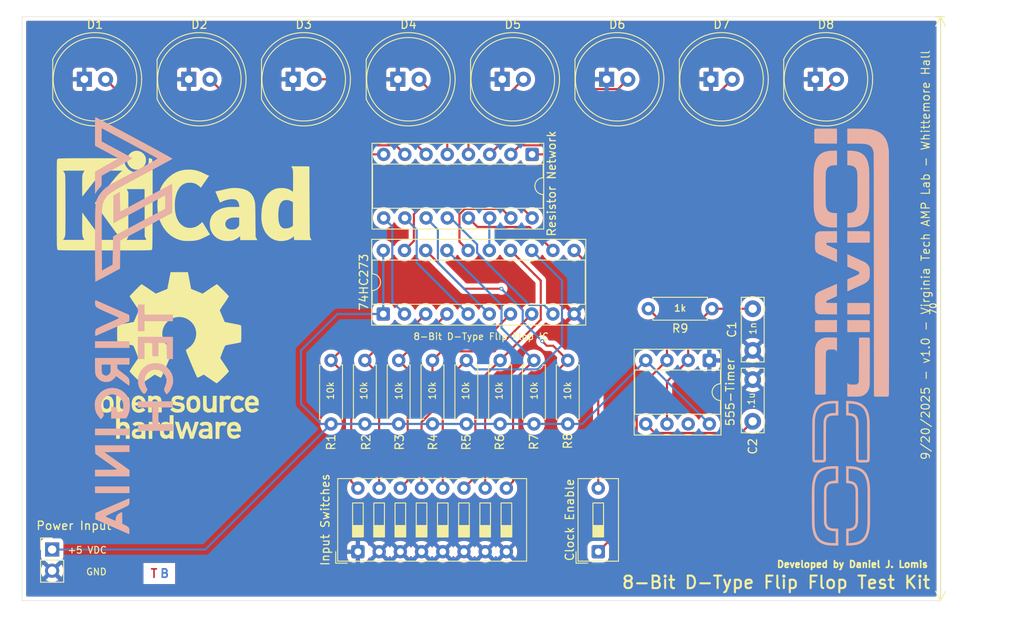
<source format=kicad_pcb>
(kicad_pcb (version 20241229) (generator "pcbnew") (generator_version "9.0")
  (title_block (title "PCB Layout of 8-Bit D-Type Flip Flop") (date "2025-09-21") (rev "1.0") (company "The Lomis Company of Virginia"))
  (layers (0 "F.Cu" signal "TOP") (2 "B.Cu" signal "BOTTOM") (13 "F.Paste" user) (15 "B.Paste" user) (5 "F.SilkS" user "F.Silkscreen") (7 "B.SilkS" user "B.Silkscreen") (1 "F.Mask" user) (3 "B.Mask" user) (25 "Edge.Cuts" user))
  (net 0 "")
  (net 1 "GND")
  (net 2 "Net-(U2-THR)")
  (net 3 "Net-(U2-CV)")
  (net 4 "Net-(D1-A)")
  (net 5 "Net-(D2-A)")
  (net 6 "Net-(D3-A)")
  (net 7 "Net-(D4-A)")
  (net 8 "Net-(D5-A)")
  (net 9 "Net-(D6-A)")
  (net 10 "Net-(D7-A)")
  (net 11 "Net-(D8-A)")
  (net 12 "Net-(U1-D0)")
  (net 13 "+5V")
  (net 14 "Net-(U1-D1)")
  (net 15 "Net-(U1-D2)")
  (net 16 "Net-(U1-D3)")
  (net 17 "Net-(U1-D4)")
  (net 18 "Net-(U1-D5)")
  (net 19 "Net-(U1-D6)")
  (net 20 "Net-(U1-D7)")
  (net 21 "Net-(U2-Q)")
  (net 22 "Net-(RN1-R8.2)")
  (net 23 "Net-(RN1-R4.2)")
  (net 24 "Net-(RN1-R7.2)")
  (net 25 "Net-(RN1-R6.2)")
  (net 26 "Net-(RN1-R2.2)")
  (net 27 "Net-(RN1-R3.2)")
  (net 28 "Net-(RN1-R1.2)")
  (net 29 "Net-(RN1-R5.2)")
  (net 30 "Net-(U1-Cp)")
  (footprint "Resistor_THT:R_Axial_DIN0207_L6.3mm_D2.5mm_P7.62mm_Horizontal" (layer "F.Cu") (at 145.1 108.81 90)
    (property "Reference" "R3" (at -2.19 0.1 90) (layer "F.SilkS"))
    (property "Value" "10k")
    (pad "1" thru_hole circle (at 0 0 90) (size 1.6 1.6) (drill 0.8) (layers "*.Cu" "*.Mask") (net 13 "+5V"))
    (pad "2" thru_hole circle (at 7.62 0 90) (size 1.6 1.6) (drill 0.8) (layers "*.Cu" "*.Mask") (net 15 "Net-(U1-D2)"))
  )
  (footprint "Capacitor_THT:C_Disc_D7.5mm_W2.5mm_P5.00mm" (layer "F.Cu") (at 187.5 108.5 90)
    (property "Reference" "C2" (at -3 0 90) (layer "F.SilkS"))
    (property "Value" "100n")
    (pad "1" thru_hole circle (at 0 0 90) (size 2 2) (drill 1) (layers "*.Cu" "*.Mask") (net 3 "Net-(U2-CV)"))
    (pad "2" thru_hole circle (at 5 0 90) (size 2 2) (drill 1) (layers "*.Cu" "*.Mask") (net 1 "GND"))
  )
  (footprint "Button_Switch_THT:SW_DIP_SPSTx08_Slide_9.78x22.5mm_W7.62mm_P2.54mm" (layer "F.Cu") (at 140.22 124.12 90)
    (property "Reference" "Input Switches" (at 3.82 -3.92 90) (layer "F.SilkS"))
    (property "Value" "SW_DIP_x08")
    (pad "1" thru_hole roundrect (at 0 0 90) (size 1.6 1.6) (drill 0.8) (layers "*.Cu" "*.Mask") (roundrect_rratio 0.15625) (net 1 "GND"))
    (pad "2" thru_hole circle (at 0 2.54 90) (size 1.6 1.6) (drill 0.8) (layers "*.Cu" "*.Mask") (net 1 "GND"))
    (pad "3" thru_hole circle (at 0 5.08 90) (size 1.6 1.6) (drill 0.8) (layers "*.Cu" "*.Mask") (net 1 "GND"))
    (pad "4" thru_hole circle (at 0 7.62 90) (size 1.6 1.6) (drill 0.8) (layers "*.Cu" "*.Mask") (net 1 "GND"))
    (pad "5" thru_hole circle (at 0 10.16 90) (size 1.6 1.6) (drill 0.8) (layers "*.Cu" "*.Mask") (net 1 "GND"))
    (pad "6" thru_hole circle (at 0 12.7 90) (size 1.6 1.6) (drill 0.8) (layers "*.Cu" "*.Mask") (net 1 "GND"))
    (pad "7" thru_hole circle (at 0 15.24 90) (size 1.6 1.6) (drill 0.8) (layers "*.Cu" "*.Mask") (net 1 "GND"))
    (pad "8" thru_hole circle (at 0 17.78 90) (size 1.6 1.6) (drill 0.8) (layers "*.Cu" "*.Mask") (net 1 "GND"))
    (pad "9" thru_hole circle (at 7.62 17.78 90) (size 1.6 1.6) (drill 0.8) (layers "*.Cu" "*.Mask") (net 20 "Net-(U1-D7)"))
    (pad "10" thru_hole circle (at 7.62 15.24 90) (size 1.6 1.6) (drill 0.8) (layers "*.Cu" "*.Mask") (net 19 "Net-(U1-D6)"))
    (pad "11" thru_hole circle (at 7.62 12.7 90) (size 1.6 1.6) (drill 0.8) (layers "*.Cu" "*.Mask") (net 18 "Net-(U1-D5)"))
    (pad "12" thru_hole circle (at 7.62 10.16 90) (size 1.6 1.6) (drill 0.8) (layers "*.Cu" "*.Mask") (net 17 "Net-(U1-D4)"))
    (pad "13" thru_hole circle (at 7.62 7.62 90) (size 1.6 1.6) (drill 0.8) (layers "*.Cu" "*.Mask") (net 16 "Net-(U1-D3)"))
    (pad "14" thru_hole circle (at 7.62 5.08 90) (size 1.6 1.6) (drill 0.8) (layers "*.Cu" "*.Mask") (net 15 "Net-(U1-D2)"))
    (pad "15" thru_hole circle (at 7.62 2.54 90) (size 1.6 1.6) (drill 0.8) (layers "*.Cu" "*.Mask") (net 14 "Net-(U1-D1)"))
    (pad "16" thru_hole circle (at 7.62 0 90) (size 1.6 1.6) (drill 0.8) (layers "*.Cu" "*.Mask") (net 12 "Net-(U1-D0)"))
  )
  (footprint "LED_THT:LED_D10.0mm" (layer "F.Cu") (at 182.5 67.5)
    (property "Reference" "D7" (at 1.27 -6.56 0) (layer "F.SilkS"))
    (property "Value" "LED")
    (pad "1" thru_hole rect (at 0 0) (size 1.8 1.8) (drill 0.9) (layers "*.Cu" "*.Mask") (net 1 "GND"))
    (pad "2" thru_hole circle (at 2.54 0) (size 1.8 1.8) (drill 0.9) (layers "*.Cu" "*.Mask") (net 10 "Net-(D7-A)"))
  )
  (footprint "Symbol:KiCad-Logo_12mm_SilkScreen" (layer "F.Cu") (at 119.4 82)
    (property "Reference" "REF**" (hide yes))
    (property "Value" "KiCad-Logo_12mm_SilkScreen" (hide yes))
  )
  (footprint "Resistor_THT:R_Axial_DIN0207_L6.3mm_D2.5mm_P7.62mm_Horizontal" (layer "F.Cu") (at 149.15 108.81 90)
    (property "Reference" "R4" (at -2.19 0.05 90) (layer "F.SilkS"))
    (property "Value" "10k")
    (pad "1" thru_hole circle (at 0 0 90) (size 1.6 1.6) (drill 0.8) (layers "*.Cu" "*.Mask") (net 13 "+5V"))
    (pad "2" thru_hole circle (at 7.62 0 90) (size 1.6 1.6) (drill 0.8) (layers "*.Cu" "*.Mask") (net 16 "Net-(U1-D3)"))
  )
  (footprint "Package_DIP:DIP-20_W7.62mm_Socket" (layer "F.Cu") (at 143.256 95.631 90)
    (property "Reference" "74HC273" (at 3.81 -2.33 90) (layer "F.SilkS"))
    (property "Value" "74HC273")
    (pad "1" thru_hole roundrect (at 0 0 90) (size 1.6 1.6) (drill 0.8) (layers "*.Cu" "*.Mask") (roundrect_rratio 0.15625) (net 13 "+5V"))
    (pad "2" thru_hole circle (at 0 2.54 90) (size 1.6 1.6) (drill 0.8) (layers "*.Cu" "*.Mask") (net 22 "Net-(RN1-R8.2)"))
    (pad "3" thru_hole circle (at 0 5.08 90) (size 1.6 1.6) (drill 0.8) (layers "*.Cu" "*.Mask") (net 12 "Net-(U1-D0)"))
    (pad "4" thru_hole circle (at 0 7.62 90) (size 1.6 1.6) (drill 0.8) (layers "*.Cu" "*.Mask") (net 14 "Net-(U1-D1)"))
    (pad "5" thru_hole circle (at 0 10.16 90) (size 1.6 1.6) (drill 0.8) (layers "*.Cu" "*.Mask") (net 24 "Net-(RN1-R7.2)"))
    (pad "6" thru_hole circle (at 0 12.7 90) (size 1.6 1.6) (drill 0.8) (layers "*.Cu" "*.Mask") (net 25 "Net-(RN1-R6.2)"))
    (pad "7" thru_hole circle (at 0 15.24 90) (size 1.6 1.6) (drill 0.8) (layers "*.Cu" "*.Mask") (net 15 "Net-(U1-D2)"))
    (pad "8" thru_hole circle (at 0 17.78 90) (size 1.6 1.6) (drill 0.8) (layers "*.Cu" "*.Mask") (net 16 "Net-(U1-D3)"))
    (pad "9" thru_hole circle (at 0 20.32 90) (size 1.6 1.6) (drill 0.8) (layers "*.Cu" "*.Mask") (net 29 "Net-(RN1-R5.2)"))
    (pad "10" thru_hole circle (at 0 22.86 90) (size 1.6 1.6) (drill 0.8) (layers "*.Cu" "*.Mask") (net 1 "GND"))
    (pad "11" thru_hole circle (at 7.62 22.86 90) (size 1.6 1.6) (drill 0.8) (layers "*.Cu" "*.Mask") (net 30 "Net-(U1-Cp)"))
    (pad "12" thru_hole circle (at 7.62 20.32 90) (size 1.6 1.6) (drill 0.8) (layers "*.Cu" "*.Mask") (net 23 "Net-(RN1-R4.2)"))
    (pad "13" thru_hole circle (at 7.62 17.78 90) (size 1.6 1.6) (drill 0.8) (layers "*.Cu" "*.Mask") (net 17 "Net-(U1-D4)"))
    (pad "14" thru_hole circle (at 7.62 15.24 90) (size 1.6 1.6) (drill 0.8) (layers "*.Cu" "*.Mask") (net 18 "Net-(U1-D5)"))
    (pad "15" thru_hole circle (at 7.62 12.7 90) (size 1.6 1.6) (drill 0.8) (layers "*.Cu" "*.Mask") (net 27 "Net-(RN1-R3.2)"))
    (pad "16" thru_hole circle (at 7.62 10.16 90) (size 1.6 1.6) (drill 0.8) (layers "*.Cu" "*.Mask") (net 26 "Net-(RN1-R2.2)"))
    (pad "17" thru_hole circle (at 7.62 7.62 90) (size 1.6 1.6) (drill 0.8) (layers "*.Cu" "*.Mask") (net 19 "Net-(U1-D6)"))
    (pad "18" thru_hole circle (at 7.62 5.08 90) (size 1.6 1.6) (drill 0.8) (layers "*.Cu" "*.Mask") (net 20 "Net-(U1-D7)"))
    (pad "19" thru_hole circle (at 7.62 2.54 90) (size 1.6 1.6) (drill 0.8) (layers "*.Cu" "*.Mask") (net 28 "Net-(RN1-R1.2)"))
    (pad "20" thru_hole circle (at 7.62 0 90) (size 1.6 1.6) (drill 0.8) (layers "*.Cu" "*.Mask") (net 13 "+5V"))
  )
  (footprint "Resistor_THT:R_Axial_DIN0207_L6.3mm_D2.5mm_P7.62mm_Horizontal" (layer "F.Cu") (at 153.2 108.81 90)
    (property "Reference" "R5" (at -2.19 0 90) (layer "F.SilkS"))
    (property "Value" "10k")
    (pad "1" thru_hole circle (at 0 0 90) (size 1.6 1.6) (drill 0.8) (layers "*.Cu" "*.Mask") (net 13 "+5V"))
    (pad "2" thru_hole circle (at 7.62 0 90) (size 1.6 1.6) (drill 0.8) (layers "*.Cu" "*.Mask") (net 17 "Net-(U1-D4)"))
  )
  (footprint "Package_DIP:DIP-8_W7.62mm_Socket" (layer "F.Cu") (at 182.31 101.19 -90)
    (property "Reference" "555-Timer" (at 3.81 -2.49 90) (layer "F.SilkS"))
    (property "Value" "ICM7555xP")
    (pad "1" thru_hole roundrect (at 0 0 270) (size 1.6 1.6) (drill 0.8) (layers "*.Cu" "*.Mask") (roundrect_rratio 0.15625) (net 1 "GND"))
    (pad "2" thru_hole circle (at 0 2.54 270) (size 1.6 1.6) (drill 0.8) (layers "*.Cu" "*.Mask") (net 2 "Net-(U2-THR)"))
    (pad "3" thru_hole circle (at 0 5.08 270) (size 1.6 1.6) (drill 0.8) (layers "*.Cu" "*.Mask") (net 21 "Net-(U2-Q)"))
    (pad "4" thru_hole circle (at 0 7.62 270) (size 1.6 1.6) (drill 0.8) (layers "*.Cu" "*.Mask") (net 13 "+5V"))
    (pad "5" thru_hole circle (at 7.62 7.62 270) (size 1.6 1.6) (drill 0.8) (layers "*.Cu" "*.Mask") (net 3 "Net-(U2-CV)"))
    (pad "6" thru_hole circle (at 7.62 5.08 270) (size 1.6 1.6) (drill 0.8) (layers "*.Cu" "*.Mask") (net 2 "Net-(U2-THR)"))
    (pad "7" thru_hole circle (at 7.62 2.54 270) (size 1.6 1.6) (drill 0.8) (layers "*.Cu" "*.Mask"))
    (pad "8" thru_hole circle (at 7.62 0 270) (size 1.6 1.6) (drill 0.8) (layers "*.Cu" "*.Mask") (net 13 "+5V"))
  )
  (footprint "LED_THT:LED_D10.0mm" (layer "F.Cu") (at 170 67.5)
    (property "Reference" "D6" (at 1.27 -6.56 0) (layer "F.SilkS"))
    (property "Value" "LED")
    (pad "1" thru_hole rect (at 0 0) (size 1.8 1.8) (drill 0.9) (layers "*.Cu" "*.Mask") (net 1 "GND"))
    (pad "2" thru_hole circle (at 2.54 0) (size 1.8 1.8) (drill 0.9) (layers "*.Cu" "*.Mask") (net 9 "Net-(D6-A)"))
  )
  (footprint "Resistor_THT:R_Axial_DIN0207_L6.3mm_D2.5mm_P7.62mm_Horizontal" (layer "F.Cu") (at 165.35 108.81 90)
    (property "Reference" "R8" (at -2.04 0 90) (layer "F.SilkS"))
    (property "Value" "10k")
    (pad "1" thru_hole circle (at 0 0 90) (size 1.6 1.6) (drill 0.8) (layers "*.Cu" "*.Mask") (net 13 "+5V"))
    (pad "2" thru_hole circle (at 7.62 0 90) (size 1.6 1.6) (drill 0.8) (layers "*.Cu" "*.Mask") (net 20 "Net-(U1-D7)"))
  )
  (footprint "Symbol:OSHW-Logo_19x20mm_SilkScreen" (layer "F.Cu") (at 118.8 100.6)
    (property "Reference" "REF**" (hide yes))
    (property "Value" "OSHW-Logo_19x20mm_SilkScreen" (hide yes))
  )
  (footprint "LED_THT:LED_D10.0mm" (layer "F.Cu") (at 157.5 67.5)
    (property "Reference" "D5" (at 1.27 -6.56 0) (layer "F.SilkS"))
    (property "Value" "LED")
    (pad "1" thru_hole rect (at 0 0) (size 1.8 1.8) (drill 0.9) (layers "*.Cu" "*.Mask") (net 1 "GND"))
    (pad "2" thru_hole circle (at 2.54 0) (size 1.8 1.8) (drill 0.9) (layers "*.Cu" "*.Mask") (net 8 "Net-(D5-A)"))
  )
  (footprint "LED_THT:LED_D10.0mm" (layer "F.Cu") (at 107.46 67.5)
    (property "Reference" "D1" (at 1.27 -6.56 0) (layer "F.SilkS"))
    (property "Value" "LED")
    (pad "1" thru_hole rect (at 0 0) (size 1.8 1.8) (drill 0.9) (layers "*.Cu" "*.Mask") (net 1 "GND"))
    (pad "2" thru_hole circle (at 2.54 0) (size 1.8 1.8) (drill 0.9) (layers "*.Cu" "*.Mask") (net 4 "Net-(D1-A)"))
  )
  (footprint "Resistor_THT:R_Axial_DIN0207_L6.3mm_D2.5mm_P7.62mm_Horizontal" (layer "F.Cu") (at 137 108.81 90)
    (property "Reference" "R1" (at -2.19 0 90) (layer "F.SilkS"))
    (property "Value" "10k")
    (pad "1" thru_hole circle (at 0 0 90) (size 1.6 1.6) (drill 0.8) (layers "*.Cu" "*.Mask") (net 13 "+5V"))
    (pad "2" thru_hole circle (at 7.62 0 90) (size 1.6 1.6) (drill 0.8) (layers "*.Cu" "*.Mask") (net 12 "Net-(U1-D0)"))
  )
  (footprint "LED_THT:LED_D10.0mm" (layer "F.Cu") (at 132.46 67.5)
    (property "Reference" "D3" (at 1.27 -6.56 0) (layer "F.SilkS"))
    (property "Value" "LED")
    (pad "1" thru_hole rect (at 0 0) (size 1.8 1.8) (drill 0.9) (layers "*.Cu" "*.Mask") (net 1 "GND"))
    (pad "2" thru_hole circle (at 2.54 0) (size 1.8 1.8) (drill 0.9) (layers "*.Cu" "*.Mask") (net 6 "Net-(D3-A)"))
  )
  (footprint "LED_THT:LED_D10.0mm" (layer "F.Cu") (at 145 67.5)
    (property "Reference" "D4" (at 1.27 -6.56 0) (layer "F.SilkS"))
    (property "Value" "LED")
    (pad "1" thru_hole rect (at 0 0) (size 1.8 1.8) (drill 0.9) (layers "*.Cu" "*.Mask") (net 1 "GND"))
    (pad "2" thru_hole circle (at 2.54 0) (size 1.8 1.8) (drill 0.9) (layers "*.Cu" "*.Mask") (net 7 "Net-(D4-A)"))
  )
  (footprint "Resistor_THT:R_Axial_DIN0207_L6.3mm_D2.5mm_P7.62mm_Horizontal" (layer "F.Cu") (at 161.3 108.81 90)
    (property "Reference" "R7" (at -2.14 0 90) (layer "F.SilkS"))
    (property "Value" "10k")
    (pad "1" thru_hole circle (at 0 0 90) (size 1.6 1.6) (drill 0.8) (layers "*.Cu" "*.Mask") (net 13 "+5V"))
    (pad "2" thru_hole circle (at 7.62 0 90) (size 1.6 1.6) (drill 0.8) (layers "*.Cu" "*.Mask") (net 19 "Net-(U1-D6)"))
  )
  (footprint "Resistor_THT:R_Axial_DIN0207_L6.3mm_D2.5mm_P7.62mm_Horizontal" (layer "F.Cu") (at 182.62 95 180)
    (property "Reference" "R9" (at 3.81 -2.37 0) (layer "F.SilkS"))
    (property "Value" "1k")
    (pad "1" thru_hole circle (at 0 0 180) (size 1.6 1.6) (drill 0.8) (layers "*.Cu" "*.Mask") (net 2 "Net-(U2-THR)"))
    (pad "2" thru_hole circle (at 7.62 0 180) (size 1.6 1.6) (drill 0.8) (layers "*.Cu" "*.Mask") (net 21 "Net-(U2-Q)"))
  )
  (footprint "Resistor_THT:R_Axial_DIN0207_L6.3mm_D2.5mm_P7.62mm_Horizontal" (layer "F.Cu") (at 141.05 108.81 90)
    (property "Reference" "R2" (at -2.19 0.15 90) (layer "F.SilkS"))
    (property "Value" "10k")
    (pad "1" thru_hole circle (at 0 0 90) (size 1.6 1.6) (drill 0.8) (layers "*.Cu" "*.Mask") (net 13 "+5V"))
    (pad "2" thru_hole circle (at 7.62 0 90) (size 1.6 1.6) (drill 0.8) (layers "*.Cu" "*.Mask") (net 14 "Net-(U1-D1)"))
  )
  (footprint "Symbol:LayerMarker_2_3.81x2.54mm_TextH1mm_P1.27mm_Named" (layer "F.Cu") (at 115.8 128)
    (property "Reference" "TOP" (hide yes))
    (property "Value" "LayerMarker_2_3.81x2.54mm_TextH1mm_P1.27mm_Named" (hide yes))
    (fp_text user "T" (at 0 -1.27 0) (layer "F.Cu") (effects (font (thickness 0.2))))
    (fp_text user "B" (at 1.27 -1.27 359) (layer "B.Cu") (effects (font (thickness 0.2))))
    (zone (net 0) (net_name "") (layers "F.Cu" "B.Cu") (connect_pads (clearance 0)) (min_thickness 0.25)
      (keepout (tracks not_allowed) (vias not_allowed) (pads not_allowed) (copperpour not_allowed) (footprints allowed))
      (fill (thermal_gap 0.5) (thermal_bridge_width 0.5))
      (polygon (pts (xy 114.53 125.46) (xy 118.34 125.46) (xy 118.34 128) (xy 114.53 128)))
    )
  )
  (footprint "Package_DIP:DIP-16_W7.62mm_Socket" (layer "F.Cu") (at 161.08 76.5 -90)
    (property "Reference" "Resistor Network" (at 3.5 -2.33 90) (layer "F.SilkS"))
    (property "Value" "R_Pack08")
    (pad "1" thru_hole roundrect (at 0 0 270) (size 1.6 1.6) (drill 0.8) (layers "*.Cu" "*.Mask") (roundrect_rratio 0.15625) (net 11 "Net-(D8-A)"))
    (pad "2" thru_hole circle (at 0 2.54 270) (size 1.6 1.6) (drill 0.8) (layers "*.Cu" "*.Mask") (net 10 "Net-(D7-A)"))
    (pad "3" thru_hole circle (at 0 5.08 270) (size 1.6 1.6) (drill 0.8) (layers "*.Cu" "*.Mask") (net 9 "Net-(D6-A)"))
    (pad "4" thru_hole circle (at 0 7.62 270) (size 1.6 1.6) (drill 0.8) (layers "*.Cu" "*.Mask") (net 8 "Net-(D5-A)"))
    (pad "5" thru_hole circle (at 0 10.16 270) (size 1.6 1.6) (drill 0.8) (layers "*.Cu" "*.Mask") (net 7 "Net-(D4-A)"))
    (pad "6" thru_hole circle (at 0 12.7 270) (size 1.6 1.6) (drill 0.8) (layers "*.Cu" "*.Mask") (net 6 "Net-(D3-A)"))
    (pad "7" thru_hole circle (at 0 15.24 270) (size 1.6 1.6) (drill 0.8) (layers "*.Cu" "*.Mask") (net 5 "Net-(D2-A)"))
    (pad "8" thru_hole circle (at 0 17.78 270) (size 1.6 1.6) (drill 0.8) (layers "*.Cu" "*.Mask") (net 4 "Net-(D1-A)"))
    (pad "9" thru_hole circle (at 7.62 17.78 270) (size 1.6 1.6) (drill 0.8) (layers "*.Cu" "*.Mask") (net 22 "Net-(RN1-R8.2)"))
    (pad "10" thru_hole circle (at 7.62 15.24 270) (size 1.6 1.6) (drill 0.8) (layers "*.Cu" "*.Mask") (net 24 "Net-(RN1-R7.2)"))
    (pad "11" thru_hole circle (at 7.62 12.7 270) (size 1.6 1.6) (drill 0.8) (layers "*.Cu" "*.Mask") (net 25 "Net-(RN1-R6.2)"))
    (pad "12" thru_hole circle (at 7.62 10.16 270) (size 1.6 1.6) (drill 0.8) (layers "*.Cu" "*.Mask") (net 29 "Net-(RN1-R5.2)"))
    (pad "13" thru_hole circle (at 7.62 7.62 270) (size 1.6 1.6) (drill 0.8) (layers "*.Cu" "*.Mask") (net 23 "Net-(RN1-R4.2)"))
    (pad "14" thru_hole circle (at 7.62 5.08 270) (size 1.6 1.6) (drill 0.8) (layers "*.Cu" "*.Mask") (net 27 "Net-(RN1-R3.2)"))
    (pad "15" thru_hole circle (at 7.62 2.54 270) (size 1.6 1.6) (drill 0.8) (layers "*.Cu" "*.Mask") (net 26 "Net-(RN1-R2.2)"))
    (pad "16" thru_hole circle (at 7.62 0 270) (size 1.6 1.6) (drill 0.8) (layers "*.Cu" "*.Mask") (net 28 "Net-(RN1-R1.2)"))
  )
  (footprint "Button_Switch_THT:SW_DIP_SPSTx01_Slide_9.78x4.72mm_W7.62mm_P2.54mm" (layer "F.Cu") (at 169 124.12 90)
    (property "Reference" "Clock Enable" (at 3.81 -3.42 90) (layer "F.SilkS"))
    (property "Value" "SW_DIP_x01")
    (pad "1" thru_hole roundrect (at 0 0 90) (size 1.6 1.6) (drill 0.8) (layers "*.Cu" "*.Mask") (roundrect_rratio 0.15625) (net 21 "Net-(U2-Q)"))
    (pad "2" thru_hole circle (at 7.62 0 90) (size 1.6 1.6) (drill 0.8) (layers "*.Cu" "*.Mask") (net 30 "Net-(U1-Cp)"))
  )
  (footprint "LED_THT:LED_D10.0mm" (layer "F.Cu") (at 119.96 67.5)
    (property "Reference" "D2" (at 1.27 -6.56 0) (layer "F.SilkS"))
    (property "Value" "LED")
    (pad "1" thru_hole rect (at 0 0) (size 1.8 1.8) (drill 0.9) (layers "*.Cu" "*.Mask") (net 1 "GND"))
    (pad "2" thru_hole circle (at 2.54 0) (size 1.8 1.8) (drill 0.9) (layers "*.Cu" "*.Mask") (net 5 "Net-(D2-A)"))
  )
  (footprint "LED_THT:LED_D10.0mm" (layer "F.Cu") (at 195 67.5)
    (property "Reference" "D8" (at 1.27 -6.56 0) (layer "F.SilkS"))
    (property "Value" "LED")
    (pad "1" thru_hole rect (at 0 0) (size 1.8 1.8) (drill 0.9) (layers "*.Cu" "*.Mask") (net 1 "GND"))
    (pad "2" thru_hole circle (at 2.54 0) (size 1.8 1.8) (drill 0.9) (layers "*.Cu" "*.Mask") (net 11 "Net-(D8-A)"))
  )
  (footprint "Capacitor_THT:C_Disc_D7.5mm_W2.5mm_P5.00mm" (layer "F.Cu") (at 187.5 100 90)
    (property "Reference" "C1" (at 2.5 -2.5 90) (layer "F.SilkS"))
    (property "Value" "1n")
    (pad "1" thru_hole circle (at 0 0 90) (size 2 2) (drill 1) (layers "*.Cu" "*.Mask") (net 1 "GND"))
    (pad "2" thru_hole circle (at 5 0 90) (size 2 2) (drill 1) (layers "*.Cu" "*.Mask") (net 2 "Net-(U2-THR)"))
  )
  (footprint "Resistor_THT:R_Axial_DIN0207_L6.3mm_D2.5mm_P7.62mm_Horizontal" (layer "F.Cu") (at 157.25 108.81 90)
    (property "Reference" "R6" (at -2.19 -0.05 90) (layer "F.SilkS"))
    (property "Value" "10k")
    (pad "1" thru_hole circle (at 0 0 90) (size 1.6 1.6) (drill 0.8) (layers "*.Cu" "*.Mask") (net 13 "+5V"))
    (pad "2" thru_hole circle (at 7.62 0 90) (size 1.6 1.6) (drill 0.8) (layers "*.Cu" "*.Mask") (net 18 "Net-(U1-D5)"))
  )
  (footprint "Connector_PinHeader_2.54mm:PinHeader_1x02_P2.54mm_Vertical" (layer "F.Cu") (at 103.6 123.86)
    (property "Reference" "Power Input" (at 2.6 -2.86 0) (layer "F.SilkS"))
    (property "Value" "Conn_01x02_Pin")
    (pad "1" thru_hole rect (at 0 0) (size 1.7 1.7) (drill 1) (layers "*.Cu" "*.Mask") (net 13 "+5V"))
    (pad "2" thru_hole circle (at 0 2.54) (size 1.7 1.7) (drill 1) (layers "*.Cu" "*.Mask") (net 1 "GND"))
  )
  (footprint "Virginia Tech Logos:VirginiaTech-Horiz-50mm" (layer "B.Cu") (at 113.4 97 -90)
    (property "Reference" "G***" (hide yes))
    (property "Value" "LOGO" (hide yes))
  )
  (footprint "Lomis Company Logos:LomisCo1980s-50mm" (layer "B.Cu") (at 199.2 98.4 -90)
    (property "Reference" "G***" (hide yes))
    (property "Value" "LOGO" (hide yes))
  )
  (gr_line (start 210 60) (end 100 60) (stroke (width 0.05)) (layer "Edge.Cuts"))
  (gr_line (start 210 130) (end 210 60) (stroke (width 0.05)) (layer "Edge.Cuts"))
  (gr_line (start 100 130) (end 210 130) (stroke (width 0.05)) (layer "Edge.Cuts"))
  (gr_line (start 100 60) (end 100 130) (stroke (width 0.05)) (layer "Edge.Cuts"))
  (gr_text "10k\n" (at 157.6 106 90) (layer "F.SilkS") (effects (font (size 0.8 0.8) (thickness 0.127) (bold yes)) (justify left bottom)))
  (gr_text "Developed by Daniel J. Lomis" (at 190.3 126.1 0) (layer "F.SilkS") (effects (font (size 0.8 0.8) (thickness 0.25) (bold yes)) (justify left bottom)))
  (gr_text "1k" (at 178 95.4 0) (layer "F.SilkS") (effects (font (size 0.8 0.8) (thickness 0.1524) (bold yes)) (justify left bottom)))
  (gr_text "10k\n" (at 149.6 106 90) (layer "F.SilkS") (effects (font (size 0.8 0.8) (thickness 0.127) (bold yes)) (justify left bottom)))
  (gr_text "10k\n" (at 153.6 106 90) (layer "F.SilkS") (effects (font (size 0.8 0.8) (thickness 0.127) (bold yes)) (justify left bottom)))
  (gr_text "10k\n" (at 165.8 106 90) (layer "F.SilkS") (effects (font (size 0.8 0.8) (thickness 0.127) (bold yes)) (justify left bottom)))
  (gr_text "10k\n" (at 161.8 106 90) (layer "F.SilkS") (effects (font (size 0.8 0.8) (thickness 0.127) (bold yes)) (justify left bottom)))
  (gr_text ".1u\n" (at 187.8 107 90) (layer "F.SilkS") (effects (font (size 0.8 0.8) (thickness 0.127) (bold yes)) (justify left bottom)))
  (gr_text "10k\n" (at 145.6 106 90) (layer "F.SilkS") (effects (font (size 0.8 0.8) (thickness 0.127) (bold yes)) (justify left bottom)))
  (gr_text "1n" (at 188 98.2 90) (layer "F.SilkS") (effects (font (size 0.8 0.8) (thickness 0.127) (bold yes)) (justify left bottom)))
  (gr_text "10k\n" (at 141.4 106 90) (layer "F.SilkS") (effects (font (size 0.8 0.8) (thickness 0.127) (bold yes)) (justify left bottom)))
  (gr_text "8-Bit D-Type Flip Flop IC\n" (at 146.8 98.8 0) (layer "F.SilkS") (effects (font (size 0.8 0.8) (thickness 0.127) (bold yes)) (justify left bottom)))
  (gr_text "10k\n" (at 137.4 106 90) (layer "F.SilkS") (effects (font (size 0.8 0.8) (thickness 0.127) (bold yes)) (justify left bottom)))
  (gr_text "8-Bit D-Type Flip Flop Test Kit\n" (at 190.3 127.8 0) (layer "F.SilkS") (effects (font (size 1.5 1.5) (thickness 0.25) (bold yes))))
  (gr_text "GND\n" (at 107.6 127 0) (layer "F.SilkS") (effects (font (size 0.8 0.8) (thickness 0.127) (bold yes)) (justify left bottom)))
  (gr_text "+5 VDC" (at 105.4 124.4 0) (layer "F.SilkS") (effects (font (size 0.8 0.8) (thickness 0.127) (bold yes)) (justify left bottom)))
  (gr_text "9/20/2025 - v1.0 - Virginia Tech AMP Lab - Whittemore Hall\n" (at 208.2 113.2 90) (layer "F.SilkS") (effects (font (size 1 1) (thickness 0.127) (bold yes)) (justify left)))
  (dimension (type orthogonal) (layer "F.SilkS") (pts (xy 210 130) (xy 211 60)) (height 0) (orientation 1) (format (prefix "") (suffix "") (units 3) (units_format 0) (precision 4) (suppress_zeroes yes)) (style (thickness 0.127) (arrow_length 1.27) (text_position_mode 0) (arrow_direction outward) (extension_height 0.58642) (extension_offset 0.5) (keep_text_aligned yes)) (gr_text "70" (at 209.111 95 90) (layer "F.SilkS") (effects (font (size 0.762 0.762) (thickness 0.127)))))
  (segment (start 192 81) (end 184 81) (width 0.1524) (layer "F.Cu") (net 0))
  (segment (start 185 79) (end 186 78) (width 0.1524) (layer "F.Cu") (net 0))
  (segment (start 191 82) (end 192 81) (width 0.1524) (layer "F.Cu") (net 0))
  (segment (start 190 78) (end 191 79) (width 0.1524) (layer "F.Cu") (net 0))
  (segment (start 189 79) (end 190 78) (width 0.1524) (layer "F.Cu") (net 0))
  (segment (start 185 82) (end 191 82) (width 0.1524) (layer "F.Cu") (net 0))
  (segment (start 186 78) (end 187 79) (width 0.1524) (layer "F.Cu") (net 0))
  (segment (start 187 79) (end 186 80) (width 0.1524) (layer "F.Cu") (net 0))
  (segment (start 190 80) (end 189 79) (width 0.1524) (layer "F.Cu") (net 0))
  (segment (start 177.23 103.73) (end 179.77 101.19) (width 0.254) (layer "F.Cu") (net 2))
  (segment (start 179.77 97.85) (end 182.62 95) (width 0.254) (layer "F.Cu") (net 2))
  (segment (start 177.23 108.81) (end 177.23 103.73) (width 0.254) (layer "F.Cu") (net 2))
  (segment (start 179.77 101.19) (end 179.77 97.85) (width 0.254) (layer "F.Cu") (net 2))
  (segment (start 182.62 95) (end 187.5 95) (width 0.254) (layer "F.Cu") (net 2))
  (segment (start 186.1096 109.8904) (end 187.5 108.5) (width 0.254) (layer "F.Cu") (net 3))
  (segment (start 174.69 108.81) (end 175.7704 109.8904) (width 0.254) (layer "F.Cu") (net 3))
  (segment (start 175.7704 109.8904) (end 186.1096 109.8904) (width 0.254) (layer "F.Cu") (net 3))
  (segment (start 143.3 76.5) (end 119 76.5) (width 0.254) (layer "F.Cu") (net 4))
  (segment (start 119 76.5) (end 110 67.5) (width 0.254) (layer "F.Cu") (net 4))
  (segment (start 144.7596 75.4196) (end 130.4196 75.4196) (width 0.254) (layer "F.Cu") (net 5))
  (segment (start 130.4196 75.4196) (end 122.5 67.5) (width 0.254) (layer "F.Cu") (net 5))
  (segment (start 145.84 76.5) (end 144.7596 75.4196) (width 0.254) (layer "F.Cu") (net 5))
  (segment (start 148.38 76.5) (end 139.38 67.5) (width 0.254) (layer "F.Cu") (net 6))
  (segment (start 139.38 67.5) (end 135 67.5) (width 0.254) (layer "F.Cu") (net 6))
  (segment (start 150.92 70.88) (end 147.54 67.5) (width 0.254) (layer "F.Cu") (net 7))
  (segment (start 150.92 76.5) (end 150.92 70.88) (width 0.254) (layer "F.Cu") (net 7))
  (segment (start 153.46 74.08) (end 160.04 67.5) (width 0.254) (layer "F.Cu") (net 8))
  (segment (start 153.46 76.5) (end 153.46 74.08) (width 0.254) (layer "F.Cu") (net 8))
  (segment (start 163.8196 68.6804) (end 171.3596 68.6804) (width 0.254) (layer "F.Cu") (net 9))
  (segment (start 156 76.5) (end 163.8196 68.6804) (width 0.254) (layer "F.Cu") (net 9))
  (segment (start 171.3596 68.6804) (end 172.54 67.5) (width 0.254) (layer "F.Cu") (net 9))
  (segment (start 158.54 76.5) (end 159.6204 75.4196) (width 0.254) (layer "F.Cu") (net 10))
  (segment (start 177.1204 75.4196) (end 185.04 67.5) (width 0.254) (layer "F.Cu") (net 10))
  (segment (start 159.6204 75.4196) (end 177.1204 75.4196) (width 0.254) (layer "F.Cu") (net 10))
  (segment (start 161.08 76.5) (end 188.54 76.5) (width 0.254) (layer "F.Cu") (net 11))
  (segment (start 188.54 76.5) (end 197.54 67.5) (width 0.254) (layer "F.Cu") (net 11))
  (segment (start 145.0796 98.8874) (end 139.3026 98.8874) (width 0.254) (layer "F.Cu") (net 12))
  (segment (start 140.22 116.5) (end 139.420001 115.700001) (width 0.254) (layer "F.Cu") (net 12))
  (segment (start 148.336 95.631) (end 145.0796 98.8874) (width 0.254) (layer "F.Cu") (net 12))
  (segment (start 139.3026 98.8874) (end 137 101.19) (width 0.254) (layer "F.Cu") (net 12))
  (segment (start 139.420001 103.610001) (end 137 101.19) (width 0.254) (layer "F.Cu") (net 12))
  (segment (start 139.420001 115.700001) (end 139.420001 103.610001) (width 0.254) (layer "F.Cu") (net 12))
  (segment (start 137.769 95.631) (end 133.4 100) (width 0.254) (layer "B.Cu") (net 13))
  (segment (start 157.25 108.81) (end 161.3 108.81) (width 0.254) (layer "B.Cu") (net 13))
  (segment (start 149.15 108.81) (end 153.2 108.81) (width 0.254) (layer "B.Cu") (net 13))
  (segment (start 137 108.81) (end 141.05 108.81) (width 0.254) (layer "B.Cu") (net 13))
  (segment (start 153.2 108.81) (end 157.25 108.81) (width 0.254) (layer "B.Cu") (net 13))
  (segment (start 133.4 106.4) (end 135.81 108.81) (width 0.254) (layer "B.Cu") (net 13))
  (segment (start 143.256 95.631) (end 137.769 95.631) (width 0.254) (layer "B.Cu") (net 13))
  (segment (start 165.35 108.81) (end 167.07 108.81) (width 0.254) (layer "B.Cu") (net 13))
  (segment (start 135.81 108.81) (end 137 108.81) (width 0.254) (layer "B.Cu") (net 13))
  (segment (start 103.6 123.86) (end 121.95 123.86) (width 0.254) (layer "B.Cu") (net 13))
  (segment (start 133.4 100) (end 133.4 106.4) (width 0.254) (layer "B.Cu") (net 13))
  (segment (start 161.3 108.81) (end 165.35 108.81) (width 0.254) (layer "B.Cu") (net 13))
  (segment (start 141.05 108.81) (end 145.1 108.81) (width 0.254) (layer "B.Cu") (net 13))
  (segment (start 167.07 108.81) (end 174.69 101.19) (width 0.254) (layer "B.Cu") (net 13))
  (segment (start 121.95 123.86) (end 137 108.81) (width 0.254) (layer "B.Cu") (net 13))
  (segment (start 174.69 101.19) (end 182.31 108.81) (width 0.254) (layer "B.Cu") (net 13))
  (segment (start 143.256 88.011) (end 143.256 95.631) (width 0.254) (layer "B.Cu") (net 13))
  (segment (start 145.1 108.81) (end 149.15 108.81) (width 0.254) (layer "B.Cu") (net 13))
  (segment (start 142.76 116.5) (end 142.76 102.9) (width 0.254) (layer "F.Cu") (net 14))
  (segment (start 142.9452 99.2948) (end 147.2122 99.2948) (width 0.254) (layer "F.Cu") (net 14))
  (segment (start 147.2122 99.2948) (end 150.876 95.631) (width 0.254) (layer "F.Cu") (net 14))
  (segment (start 142.76 102.9) (end 141.05 101.19) (width 0.254) (layer "F.Cu") (net 14))
  (segment (start 141.05 101.19) (end 142.9452 99.2948) (width 0.254) (layer "F.Cu") (net 14))
  (segment (start 146.1804 115.6196) (end 146.1804 102.2704) (width 0.254) (layer "F.Cu") (net 15))
  (segment (start 158.496 95.631) (end 154.4248 99.7022) (width 0.254) (layer "F.Cu") (net 15))
  (segment (start 146.1804 102.2704) (end 145.1 101.19) (width 0.254) (layer "F.Cu") (net 15))
  (segment (start 146.5878 99.7022) (end 145.1 101.19) (width 0.254) (layer "F.Cu") (net 15))
  (segment (start 154.4248 99.7022) (end 146.5878 99.7022) (width 0.254) (layer "F.Cu") (net 15))
  (segment (start 145.3 116.5) (end 146.1804 115.6196) (width 0.254) (layer "F.Cu") (net 15))
  (segment (start 150.2304 100.1096) (end 149.15 101.19) (width 0.254) (layer "F.Cu") (net 16))
  (segment (start 147.84 108.592083) (end 149.15 107.282083) (width 0.254) (layer "F.Cu") (net 16))
  (segment (start 156.5574 100.1096) (end 150.2304 100.1096) (width 0.254) (layer "F.Cu") (net 16))
  (segment (start 161.036 95.631) (end 156.5574 100.1096) (width 0.254) (layer "F.Cu") (net 16))
  (segment (start 149.15 107.282083) (end 149.15 101.19) (width 0.254) (layer "F.Cu") (net 16))
  (segment (start 147.84 116.5) (end 147.84 108.592083) (width 0.254) (layer "F.Cu") (net 16))
  (segment (start 150.38 104.01) (end 153.2 101.19) (width 0.254) (layer "F.Cu") (net 17))
  (segment (start 150.38 116.5) (end 150.38 104.01) (width 0.254) (layer "F.Cu") (net 17))
  (segment (start 161.036 88.011) (end 164.6564 91.6314) (width 0.254) (layer "B.Cu") (net 17))
  (segment (start 161.747517 102.2704) (end 154.2804 102.2704) (width 0.254) (layer "B.Cu") (net 17))
  (segment (start 164.6564 99.361517) (end 161.747517 102.2704) (width 0.254) (layer "B.Cu") (net 17))
  (segment (start 154.2804 102.2704) (end 153.2 101.19) (width 0.254) (layer "B.Cu") (net 17))
  (segment (start 164.6564 91.6314) (end 164.6564 99.361517) (width 0.254) (layer "B.Cu") (net 17))
  (segment (start 157.25 101.19) (end 162.1164 96.3236) (width 0.254) (layer "F.Cu") (net 18))
  (segment (start 162.1164 91.6314) (end 158.496 88.011) (width 0.254) (layer "F.Cu") (net 18))
  (segment (start 154.2804 115.1396) (end 154.2804 104.1596) (width 0.254) (layer "F.Cu") (net 18))
  (segment (start 154.2804 104.1596) (end 157.25 101.19) (width 0.254) (layer "F.Cu") (net 18))
  (segment (start 152.92 116.5) (end 154.2804 115.1396) (width 0.254) (layer "F.Cu") (net 18))
  (segment (start 162.1164 96.3236) (end 162.1164 91.6314) (width 0.254) (layer "F.Cu") (net 18))
  (segment (start 155.46 116.5) (end 155.46 107.03) (width 0.254) (layer "F.Cu") (net 19))
  (segment (start 155.46 107.03) (end 161.3 101.19) (width 0.254) (layer "F.Cu") (net 19))
  (segment (start 150.876 88.011) (end 157.4156 94.5506) (width 0.254) (layer "B.Cu") (net 19))
  (segment (start 157.4156 97.3056) (end 161.3 101.19) (width 0.254) (layer "B.Cu") (net 19))
  (segment (start 157.4156 94.5506) (end 157.4156 97.3056) (width 0.254) (layer "B.Cu") (net 19))
  (segment (start 158.799999 115.700001) (end 158.799999 107.740001) (width 0.254) (layer "F.Cu") (net 20))
  (segment (start 152.925 92.6) (end 157.4 92.6) (width 0.254) (layer "F.Cu") (net 20))
  (segment (start 162.3 98.9) (end 162.84 99.44) (width 0.254) (layer "F.Cu") (net 20))
  (segment (start 158 116.5) (end 158.799999 115.700001) (width 0.254) (layer "F.Cu") (net 20))
  (segment (start 163.6 99.44) (end 165.35 101.19) (width 0.254) (layer "F.Cu") (net 20))
  (segment (start 162.84 99.44) (end 163.6 99.44) (width 0.254) (layer "F.Cu") (net 20))
  (segment (start 148.336 88.011) (end 152.925 92.6) (width 0.254) (layer "F.Cu") (net 20))
  (segment (start 158.799999 107.740001) (end 165.35 101.19) (width 0.254) (layer "F.Cu") (net 20))
  (via (at 157.4 92.6) (size 0.4572) (drill 0.254) (layers "F.Cu" "B.Cu") (net 20))
  (via (at 162.3 98.9) (size 0.4572) (drill 0.254) (layers "F.Cu" "B.Cu") (net 20))
  (segment (start 162.3 98.9) (end 159.9556 96.5556) (width 0.254) (layer "B.Cu") (net 20))
  (segment (start 159.9556 95.1556) (end 157.4 92.6) (width 0.254) (layer "B.Cu") (net 20))
  (segment (start 159.9556 96.5556) (end 159.9556 95.1556) (width 0.254) (layer "B.Cu") (net 20))
  (segment (start 173.6096 104.8104) (end 177.23 101.19) (width 0.254) (layer "F.Cu") (net 21))
  (segment (start 169 124.12) (end 173.6096 119.5104) (width 0.254) (layer "F.Cu") (net 21))
  (segment (start 173.6096 119.5104) (end 173.6096 104.8104) (width 0.254) (layer "F.Cu") (net 21))
  (segment (start 177.23 101.19) (end 177.23 97.23) (width 0.254) (layer "F.Cu") (net 21))
  (segment (start 177.23 97.23) (end 175 95) (width 0.254) (layer "F.Cu") (net 21))
  (segment (start 144.3364 94.1714) (end 144.3364 85.1564) (width 0.254) (layer "B.Cu") (net 22))
  (segment (start 144.3364 85.1564) (end 143.3 84.12) (width 0.254) (layer "B.Cu") (net 22))
  (segment (start 145.796 95.631) (end 144.3364 94.1714) (width 0.254) (layer "B.Cu") (net 22))
  (segment (start 162.7825 87.2175) (end 163.576 88.011) (width 0.254) (layer "F.Cu") (net 23))
  (segment (start 153.46 84.12) (end 154.5404 85.2004) (width 0.254) (layer "F.Cu") (net 23))
  (segment (start 154.5404 85.2004) (end 160.7654 85.2004) (width 0.254) (layer "F.Cu") (net 23))
  (segment (start 160.7654 85.2004) (end 162.7825 87.2175) (width 0.254) (layer "F.Cu") (net 23))
  (segment (start 147.2556 85.5356) (end 145.84 84.12) (width 0.254) (layer "B.Cu") (net 24))
  (segment (start 153.416 95.631) (end 147.2556 89.4706) (width 0.254) (layer "B.Cu") (net 24))
  (segment (start 147.2556 89.4706) (end 147.2556 85.5356) (width 0.254) (layer "B.Cu") (net 24))
  (segment (start 149.7956 89.4706) (end 149.7956 85.5356) (width 0.254) (layer "B.Cu") (net 25))
  (segment (start 155.956 95.631) (end 149.7956 89.4706) (width 0.254) (layer "B.Cu") (net 25))
  (segment (start 149.7956 85.5356) (end 148.38 84.12) (width 0.254) (layer "B.Cu") (net 25))
  (segment (start 152.3796 83.672483) (end 153.012483 83.0396) (width 0.254) (layer "F.Cu") (net 26))
  (segment (start 153.012483 83.0396) (end 157.4596 83.0396) (width 0.254) (layer "F.Cu") (net 26))
  (segment (start 153.416 88.011) (end 152.3796 86.9746) (width 0.254) (layer "F.Cu") (net 26))
  (segment (start 157.4596 83.0396) (end 158.54 84.12) (width 0.254) (layer "F.Cu") (net 26))
  (segment (start 152.3796 86.9746) (end 152.3796 83.672483) (width 0.254) (layer "F.Cu") (net 26))
  (segment (start 155.956 88.011) (end 155.989 88.011) (width 0.254) (layer "F.Cu") (net 27))
  (segment (start 155.989 88.011) (end 156.2 87.8) (width 0.254) (layer "F.Cu") (net 27))
  (segment (start 155.956 88.011) (end 155.956 84.164) (width 0.254) (layer "B.Cu") (net 27))
  (segment (start 155.956 84.164) (end 156 84.12) (width 0.254) (layer "B.Cu") (net 27))
  (segment (start 147.960683 82.6322) (end 146.9204 83.672483) (width 0.254) (layer "F.Cu") (net 28))
  (segment (start 159.5922 82.6322) (end 147.960683 82.6322) (width 0.254) (layer "F.Cu") (net 28))
  (segment (start 146.9204 86.8866) (end 145.796 88.011) (width 0.254) (layer "F.Cu") (net 28))
  (segment (start 161.08 84.12) (end 159.5922 82.6322) (width 0.254) (layer "F.Cu") (net 28))
  (segment (start 146.9204 83.672483) (end 146.9204 86.8866) (width 0.254) (layer "F.Cu") (net 28))
  (segment (start 154.4964 88.3) (end 154.4964 87.2964) (width 0.254) (layer "B.Cu") (net 29))
  (segment (start 163.576 95.631) (end 162.4956 94.5506) (width 0.254) (layer "B.Cu") (net 29))
  (segment (start 151.32 84.12) (end 150.92 84.12) (width 0.254) (layer "B.Cu") (net 29))
  (segment (start 154.4964 87.2964) (end 151.32 84.12) (width 0.254) (layer "B.Cu") (net 29))
  (segment (start 160.747 94.5506) (end 154.4964 88.3) (width 0.254) (layer "B.Cu") (net 29))
  (segment (start 162.4956 94.5506) (end 160.747 94.5506) (width 0.254) (layer "B.Cu") (net 29))
  (segment (start 169 90.895) (end 169 116.5) (width 0.254) (layer "F.Cu") (net 30))
  (segment (start 166.116 88.011) (end 169 90.895) (width 0.254) (layer "F.Cu") (net 30))
  (zone (net 1) (net_name "GND") (layers "F.Cu" "B.Cu") (connect_pads (clearance 0.5)) (min_thickness 0.25) (fill yes (thermal_gap 0.5) (thermal_bridge_width 0.5))
    (polygon (pts (xy 102 59) (xy 98 59) (xy 98 133) (xy 220 134) (xy 218 58)))
  )
)
</source>
